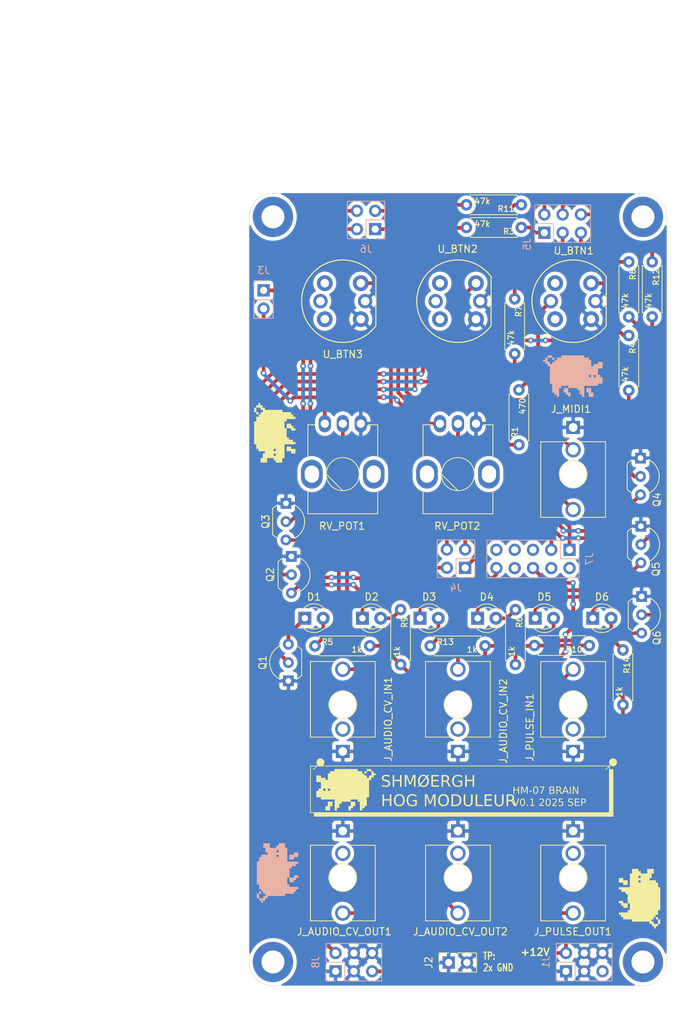
<source format=kicad_pcb>
(kicad_pcb (version 20241229) (generator "pcbnew") (generator_version "9.0")
  (layers (0 "F.Cu" signal) (2 "B.Cu" signal) (13 "F.Paste" user) (15 "B.Paste" user) (5 "F.SilkS" user "F.Silkscreen") (7 "B.SilkS" user "B.Silkscreen") (1 "F.Mask" user) (3 "B.Mask" user) (25 "Edge.Cuts" user))
  (net 0 "")
  (net 1 "Net-(D1-A)")
  (net 2 "+12V")
  (net 3 "GND")
  (net 4 "-12V")
  (net 5 "Net-(D1-K)")
  (net 6 "Net-(D2-K)")
  (net 7 "Net-(D2-A)")
  (net 8 "Net-(D3-K)")
  (net 9 "Net-(D3-A)")
  (net 10 "Net-(D4-A)")
  (net 11 "Net-(D4-K)")
  (net 12 "Net-(D5-A)")
  (net 13 "Net-(D5-K)")
  (net 14 "Net-(D6-K)")
  (net 15 "Net-(D6-A)")
  (net 16 "+3.3V")
  (net 17 "BTN_1")
  (net 18 "BTN_3")
  (net 19 "BTN_2")
  (net 20 "BTN_LED_1")
  (net 21 "LED_3")
  (net 22 "LED_2")
  (net 23 "LED_5")
  (net 24 "LED_4")
  (net 25 "LED_1")
  (net 26 "LED_6")
  (net 27 "MIDI_5T")
  (net 28 "PULSE_IN")
  (net 29 "PULSE_OUT")
  (net 30 "MIDI_4R")
  (net 31 "AUDIO_CV_IN_1")
  (net 32 "AUDIO_CV_IN_2")
  (net 33 "POT_1")
  (net 34 "POT_2")
  (net 36 "AUDIO_CV_OUT_2")
  (net 37 "AUDIO_CV_OUT_1")
  (net 44 "Net-(Q1-B)")
  (net 45 "Net-(Q2-B)")
  (net 46 "Net-(Q3-B)")
  (net 47 "Net-(Q4-B)")
  (net 48 "Net-(Q5-B)")
  (net 49 "Net-(Q6-B)")
  (net 50 "Net-(R1-Pad2)")
  (footprint "Shmoergh_Custom_Footprints:R_Axial_DIN0207_L6.3mm_D2.5mm_P7.62mm_Horizontal" (layer "F.Cu") (at 176.7304 53.5504 -90)
    (property "Reference" "R8")
    (property "Value" "47k")
  )
  (footprint "Shmoergh_Custom_Footprints:R_Axial_DIN0207_L6.3mm_D2.5mm_P7.62mm_Horizontal" (layer "F.Cu") (at 161.7952 48.7752 180)
    (property "Reference" "R3")
    (property "Value" "47k")
  )
  (footprint "Shmoergh_Custom_Footprints:R_Axial_DIN0207_L6.3mm_D2.5mm_P7.62mm_Horizontal" (layer "F.Cu") (at 160.9824 101.8104 -90)
    (property "Reference" "R6")
    (property "Value" "1k")
  )
  (footprint "Package_TO_SOT_THT:TO-92_Inline_Wide" (layer "F.Cu") (at 129.44 111.691 90)
    (property "Reference" "Q1")
    (property "Value" "2N3904")
  )
  (footprint "Shmoergh_Custom_Footprints:R_Axial_DIN0207_L6.3mm_D2.5mm_P7.62mm_Horizontal" (layer "F.Cu") (at 171.244 106.7888 180)
    (property "Reference" "R10")
    (property "Value" "1k" (hide yes))
  )
  (footprint "Shmoergh_Custom_Footprints:R_Axial_DIN0207_L6.3mm_D2.5mm_P7.62mm_Horizontal" (layer "F.Cu") (at 161.465 78.925 90)
    (property "Reference" "R1")
    (property "Value" "470")
  )
  (footprint "Package_TO_SOT_THT:TO-92_Inline_Wide" (layer "F.Cu") (at 129.863 94.419 -90)
    (property "Reference" "Q2")
    (property "Value" "2N3904")
  )
  (footprint "Shmoergh_Custom_Footprints:R_Axial_DIN0207_L6.3mm_D2.5mm_P7.62mm_Horizontal" (layer "F.Cu") (at 145.0312 101.8104 -90)
    (property "Reference" "R9")
    (property "Value" "1k")
  )
  (footprint "Shmoergh_Custom_Footprints:R_Axial_DIN0207_L6.3mm_D2.5mm_P7.62mm_Horizontal" (layer "F.Cu") (at 176.7304 63.7612 -90)
    (property "Reference" "R4")
    (property "Value" "47k")
  )
  (footprint "Shmoergh_Custom_Footprints:Jack_3.5mm_QingPu_WQP-PJ398SM_Vertical_CircularHoles" (layer "F.Cu") (at 169 115 180)
    (property "Reference" "J_PULSE_IN1")
    (property "Value" "PJ398SM")
  )
  (footprint "Shmoergh_Custom_Footprints:Jack_3.5mm_QingPu_WQP-PJ398SM_Vertical_CircularHoles" (layer "F.Cu") (at 153 139)
    (property "Reference" "J_AUDIO_CV_OUT2")
    (property "Value" "PJ398SM")
  )
  (footprint "Shmoergh_Custom_Footprints:R_Axial_DIN0207_L6.3mm_D2.5mm_P7.62mm_Horizontal" (layer "F.Cu") (at 149.146 106.8396)
    (property "Reference" "R13")
    (property "Value" "1k")
  )
  (footprint "Shmoergh_Logo:Gyeszno" (layer "F.Cu") (at 127.556 77.274 90)
    (property "Reference" "G***" (hide yes))
    (property "Value" "LOGO" (hide yes))
  )
  (footprint "Shmoergh_Custom_Footprints:Jack_3.5mm_QingPu_WQP-PJ398SM_Vertical_CircularHoles" (layer "F.Cu") (at 137 115 180)
    (property "Reference" "J_AUDIO_CV_IN1")
    (property "Value" "PJ398SM")
  )
  (footprint "Shmoergh_Custom_Footprints:R_Axial_DIN0207_L6.3mm_D2.5mm_P7.62mm_Horizontal" (layer "F.Cu") (at 160.8808 58.6812 -90)
    (property "Reference" "R7")
    (property "Value" "47k")
  )
  (footprint "Shmoergh_Custom_Footprints:R_Axial_DIN0207_L6.3mm_D2.5mm_P7.62mm_Horizontal" (layer "F.Cu") (at 133.144 106.8396)
    (property "Reference" "R5")
    (property "Value" "1k")
  )
  (footprint "Shmoergh_Logo:Gyeszno" (layer "F.Cu") (at 137.462 126.804)
    (property "Reference" "G***" (hide yes))
    (property "Value" "LOGO" (hide yes))
  )
  (footprint "Shmoergh_Custom_Footprints:Jack_3.5mm_QingPu_WQP-PJ398SM_Vertical_CircularHoles" (layer "F.Cu") (at 169 83)
    (property "Reference" "J_MIDI1")
    (property "Value" "PJ398SM-STEREO")
  )
  (footprint "MountingHole:MountingHole_3.2mm_M3_DIN965_Pad" (layer "F.Cu") (at 178.7 47.3)
    (property "Reference" "H2")
    (property "Value" "MountingHole")
  )
  (footprint "Shmoergh_Logo:Gyeszno" (layer "F.Cu") (at 178.229 141.917 -90)
    (property "Reference" "G***" (hide yes))
    (property "Value" "LOGO" (hide yes))
  )
  (footprint "LED_THT:LED_D3.0mm" (layer "F.Cu") (at 139.73 103)
    (property "Reference" "D2")
    (property "Value" "LED")
  )
  (footprint "MountingHole:MountingHole_3.2mm_M3_DIN965_Pad" (layer "F.Cu") (at 178.7 150.7)
    (property "Reference" "H3")
    (property "Value" "MountingHole")
  )
  (footprint "Shmoergh_Custom_Footprints:Jack_3.5mm_QingPu_WQP-PJ398SM_Vertical_CircularHoles" (layer "F.Cu") (at 153 115 180)
    (property "Reference" "J_AUDIO_CV_IN2")
    (property "Value" "PJ398SM")
  )
  (footprint "LED_THT:LED_D3.0mm" (layer "F.Cu") (at 171.73 103)
    (property "Reference" "D6")
    (property "Value" "LED")
  )
  (footprint "Shmoergh_Custom_Footprints:R_Axial_DIN0207_L6.3mm_D2.5mm_P7.62mm_Horizontal" (layer "F.Cu") (at 175.9176 107.3984 -90)
    (property "Reference" "R14")
    (property "Value" "1k")
  )
  (footprint "MountingHole:MountingHole_3.2mm_M3_DIN965_Pad" (layer "F.Cu") (at 127.3 47.3)
    (property "Reference" "H1")
    (property "Value" "MountingHole")
  )
  (footprint "Shmoergh_Custom_Footprints:Potentiometer_Bourns_Single-PTV09A" (layer "F.Cu") (at 137 83 180)
    (property "Reference" "RV_POT1")
    (property "Value" "100k")
  )
  (footprint "MountingHole:MountingHole_3.2mm_M3_DIN965_Pad" (layer "F.Cu") (at 127.3 150.7)
    (property "Reference" "H4")
    (property "Value" "MountingHole")
  )
  (footprint "Package_TO_SOT_THT:TO-92_Inline_Wide" (layer "F.Cu") (at 129.101 87.053 -90)
    (property "Reference" "Q3")
    (property "Value" "2N3904")
  )
  (footprint "Package_TO_SOT_THT:TO-92_Inline_Wide" (layer "F.Cu") (at 178.356 80.7792 -90)
    (property "Reference" "Q4")
    (property "Value" "2N3904")
  )
  (footprint "Shmoergh_Custom_Footprints:SPST_Circular_Pushbutton_LED" (layer "F.Cu") (at 153 59)
    (property "Reference" "U_BTN2")
    (property "Value" "SW_SPST_Push_LED")
  )
  (footprint "Package_TO_SOT_THT:TO-92_Inline_Wide" (layer "F.Cu") (at 178.4068 90.228 -90)
    (property "Reference" "Q5")
    (property "Value" "2N3904")
  )
  (footprint "Shmoergh_Custom_Footprints:SPST_Circular_Pushbutton_LED" (layer "F.Cu") (at 137 59)
    (property "Reference" "U_BTN3")
    (property "Value" "SW_SPST_Push_LED")
  )
  (footprint "Shmoergh_Custom_Footprints:SPST_Circular_Pushbutton_LED" (layer "F.Cu") (at 169 59)
    (property "Reference" "U_BTN1")
    (property "Value" "SW_SPST_Push_LED")
  )
  (footprint "Shmoergh_Custom_Footprints:R_Axial_DIN0207_L6.3mm_D2.5mm_P7.62mm_Horizontal" (layer "F.Cu") (at 161.7952 45.6256 180)
    (property "Reference" "R11")
    (property "Value" "47k")
  )
  (footprint "LED_THT:LED_D3.0mm" (layer "F.Cu") (at 155.73 103)
    (property "Reference" "D4")
    (property "Value" "LED")
  )
  (footprint "Shmoergh_Custom_Footprints:Potentiometer_Bourns_Single-PTV09A" (layer "F.Cu") (at 153 83 180)
    (property "Reference" "RV_POT2")
    (property "Value" "100k")
  )
  (footprint "LED_THT:LED_D3.0mm" (layer "F.Cu") (at 163.73 103)
    (property "Reference" "D5")
    (property "Value" "LED")
  )
  (footprint "Package_TO_SOT_THT:TO-92_Inline_Wide" (layer "F.Cu") (at 178.5084 99.9816 -90)
    (property "Reference" "Q6")
    (property "Value" "2N3904")
  )
  (footprint "LED_THT:LED_D3.0mm" (layer "F.Cu") (at 131.73 103)
    (property "Reference" "D1")
    (property "Value" "LED")
  )
  (footprint "Connector_PinSocket_2.54mm:PinSocket_1x02_P2.54mm_Vertical" (layer "F.Cu") (at 151.706 150.782 90)
    (property "Reference" "J2")
    (property "Value" "Conn_01x02")
  )
  (footprint "Shmoergh_Custom_Footprints:R_Axial_DIN0207_L6.3mm_D2.5mm_P7.62mm_Horizontal" (layer "F.Cu") (at 179.9816 53.5504 -90)
    (property "Reference" "R12")
    (property "Value" "47k")
  )
  (footprint "Shmoergh_Custom_Footprints:Jack_3.5mm_QingPu_WQP-PJ398SM_Vertical_CircularHoles" (layer "F.Cu") (at 137 139)
    (property "Reference" "J_AUDIO_CV_OUT1")
    (property "Value" "PJ398SM")
  )
  (footprint "LED_THT:LED_D3.0mm" (layer "F.Cu") (at 147.73 103)
    (property "Reference" "D3")
    (property "Value" "LED")
  )
  (footprint "Shmoergh_Custom_Footprints:Jack_3.5mm_QingPu_WQP-PJ398SM_Vertical_CircularHoles" (layer "F.Cu") (at 169 139)
    (property "Reference" "J_PULSE_OUT1")
    (property "Value" "PJ398SM")
  )
  (footprint "Connector_PinSocket_2.54mm:PinSocket_2x03_P2.54mm_Vertical" (layer "B.Cu") (at 168 152 -90)
    (property "Reference" "J1")
    (property "Value" "Conn_02x03_Odd_Even")
  )
  (footprint "Connector_PinSocket_2.54mm:PinSocket_2x03_P2.54mm_Vertical" (layer "B.Cu") (at 136 152 -90)
    (property "Reference" "J8")
    (property "Value" "Conn_02x03_Odd_Even")
  )
  (footprint "Shmoergh_Logo:Gyeszno" (layer "B.Cu") (at 127.937 138.361 -90)
    (property "Reference" "G***" (hide yes))
    (property "Value" "LOGO" (hide yes))
  )
  (footprint "Shmoergh_Logo:Gyeszno" (layer "B.Cu") (at 168.958 69.4 180)
    (property "Reference" "G***" (hide yes))
    (property "Value" "LOGO" (hide yes))
  )
  (footprint "Connector_PinSocket_2.54mm:PinSocket_2x02_P2.54mm_Vertical" (layer "B.Cu") (at 141.5 49)
    (property "Reference" "J6")
    (property "Value" "Conn_02x02_Odd_Even")
  )
  (footprint "Connector_PinSocket_2.54mm:PinSocket_2x02_P2.54mm_Vertical" (layer "B.Cu") (at 154 96)
    (property "Reference" "J4")
    (property "Value" "Conn_02x02_Odd_Even")
  )
  (footprint "Connector_PinSocket_2.54mm:PinSocket_2x03_P2.54mm_Vertical" (layer "B.Cu") (at 165 49.5 -90)
    (property "Reference" "J5")
    (property "Value" "Conn_02x03_Odd_Even")
  )
  (footprint "Connector_PinSocket_2.54mm:PinSocket_1x02_P2.54mm_Vertical" (layer "B.Cu") (at 126 57.5 180)
    (property "Reference" "J3")
    (property "Value" "Conn_01x02")
  )
  (footprint "Connector_PinSocket_2.54mm:PinSocket_2x05_P2.54mm_Vertical" (layer "B.Cu") (at 168.5 93.5 90)
    (property "Reference" "J7")
    (property "Value" "Conn_02x05_Odd_Even")
  )
  (gr_line (start 132.898 124.002) (end 133.898 123.002) (stroke (width 0.1)) (layer "F.SilkS"))
  (gr_rect (start 174.0465 124.01) (end 174.5375 130.483) (stroke (width 0.1)) (fill yes) (layer "F.SilkS"))
  (gr_line (start 173.538 124.002) (end 174.538 123.002) (stroke (width 0.1)) (layer "F.SilkS"))
  (gr_circle (center 133.898 123.002) (end 134.398 123.002) (stroke (width 0.1)) (fill yes) (layer "F.SilkS"))
  (gr_rect (start 133.038 129.983) (end 174.525 130.483) (stroke (width 0.1)) (fill yes) (layer "F.SilkS"))
  (gr_rect (start 132.509 123.502) (end 174.038 129.979) (stroke (width 0.1)) (fill no) (layer "F.SilkS"))
  (gr_circle (center 174.538 123.002) (end 175.038 123.002) (stroke (width 0.1)) (fill yes) (layer "F.SilkS"))
  (gr_line (start 178.7 154) (end 127.3 154) (stroke (width 0.05)) (layer "Edge.Cuts"))
  (gr_arc (start 182 150.7) (mid 181.033452 153.033452) (end 178.7 154) (stroke (width 0.05)) (layer "Edge.Cuts"))
  (gr_line (start 182 47.3) (end 182 150.7) (stroke (width 0.05)) (layer "Edge.Cuts"))
  (gr_line (start 127.3 44) (end 178.7 44) (stroke (width 0.05)) (layer "Edge.Cuts"))
  (gr_arc (start 178.7 44.001999) (mid 181.032746 44.96784) (end 182 47.3) (stroke (width 0.05)) (layer "Edge.Cuts"))
  (gr_line (start 124 150.7) (end 124 47.3) (stroke (width 0.05)) (layer "Edge.Cuts"))
  (gr_arc (start 124 47.3) (mid 124.966548 44.966548) (end 127.3 44) (stroke (width 0.05)) (layer "Edge.Cuts"))
  (gr_arc (start 127.3 154) (mid 124.966548 153.033452) (end 124 150.7) (stroke (width 0.05)) (layer "Edge.Cuts"))
  (gr_text "SHMØERGH \nHOG MODULEUR" (at 142.288 129.344 0) (layer "F.SilkS") (effects (font (size 1.6 1.6) (thickness 0.1)) (justify left bottom)))
  (gr_text "TP:\n2x GND" (at 156.385 152.077 0) (layer "F.SilkS") (effects (font (size 1 0.75) (thickness 0.17) (bold yes)) (justify left bottom)))
  (gr_text "+12V" (at 161.592 149.918 0) (layer "F.SilkS") (effects (font (size 1 1) (thickness 0.2) (bold yes)) (justify left bottom)))
  (gr_text "HM-07 BRAIN\nV0.1 2025 SEP" (at 160.576 129.217 0) (layer "F.SilkS") (effects (font (size 1 1) (thickness 0.1)) (justify left bottom)))
  (segment (start 134.27 103) (end 134.27 105.7136) (width 0.508) (layer "F.Cu") (net 1))
  (segment (start 134.27 105.7136) (end 133.144 106.8396) (width 0.508) (layer "F.Cu") (net 1))
  (segment (start 142.4404 106.8396) (end 145.0312 109.4304) (width 0.508) (layer "F.Cu") (net 2))
  (segment (start 160.9824 106.8904) (end 160.9316 106.8396) (width 0.508) (layer "F.Cu") (net 2))
  (segment (start 126 57.5) (end 127.467 57.5) (width 0.508) (layer "F.Cu") (net 2))
  (segment (start 168 147.2184) (end 168.8564 146.362) (width 0.508) (layer "F.Cu") (net 2))
  (segment (start 154.7848 112.1228) (end 156.766 110.1416) (width 0.508) (layer "F.Cu") (net 2))
  (segment (start 128.318 130.487) (end 156.258 130.487) (width 0.508) (layer "F.Cu") (net 2))
  (segment (start 163.624 106.7888) (end 168.7548 106.7888) (width 0.508) (layer "F.Cu") (net 2))
  (segment (start 156.258 130.487) (end 157.655 131.884) (width 0.508) (layer "F.Cu") (net 2))
  (segment (start 168.8564 146.362) (end 175.1048 146.362) (width 0.508) (layer "F.Cu") (net 2))
  (segment (start 125.0795 127.2485) (end 128.318 130.487) (width 0.508) (layer "F.Cu") (net 2))
  (segment (start 156.766 110.1416) (end 156.766 106.8396) (width 0.508) (layer "F.Cu") (net 2))
  (segment (start 127.467 57.5) (end 128.445 58.478) (width 0.508) (layer "F.Cu") (net 2))
  (segment (start 128.445 67.749) (end 125.0795 71.1145) (width 0.508) (layer "F.Cu") (net 2))
  (segment (start 145.0312 109.4304) (end 147.7236 112.1228) (width 0.508) (layer "F.Cu") (net 2))
  (segment (start 147.7236 112.1228) (end 154.7848 112.1228) (width 0.508) (layer "F.Cu") (net 2))
  (segment (start 128.445 58.478) (end 128.445 67.749) (width 0.508) (layer "F.Cu") (net 2))
  (segment (start 160.9824 109.4304) (end 160.9824 106.8904) (width 0.508) (layer "F.Cu") (net 2))
  (segment (start 175.9176 113.9516) (end 175.9176 115.0184) (width 0.508) (layer "F.Cu") (net 2))
  (segment (start 168 149.46) (end 168 147.2184) (width 0.508) (layer "F.Cu") (net 2))
  (segment (start 160.9316 106.8396) (end 163.5732 106.8396) (width 0.508) (layer "F.Cu") (net 2))
  (segment (start 163.5732 106.8396) (end 163.624 106.7888) (width 0.508) (layer "F.Cu") (net 2))
  (segment (start 175.1048 146.362) (end 175.9176 145.5492) (width 0.508) (layer "F.Cu") (net 2))
  (segment (start 125.0795 71.1145) (end 125.0795 127.2485) (width 0.508) (layer "F.Cu") (net 2))
  (segment (start 175.9176 145.5492) (end 175.9176 115.0184) (width 0.508) (layer "F.Cu") (net 2))
  (segment (start 162.404 149.46) (end 168 149.46) (width 0.508) (layer "F.Cu") (net 2))
  (segment (start 156.766 106.8396) (end 160.9316 106.8396) (width 0.508) (layer "F.Cu") (net 2))
  (segment (start 157.655 131.884) (end 157.655 144.711) (width 0.508) (layer "F.Cu") (net 2))
  (segment (start 140.764 106.8396) (end 142.4404 106.8396) (width 0.508) (layer "F.Cu") (net 2))
  (segment (start 157.655 144.711) (end 162.404 149.46) (width 0.508) (layer "F.Cu") (net 2))
  (segment (start 168.7548 106.7888) (end 175.9176 113.9516) (width 0.508) (layer "F.Cu") (net 2))
  (segment (start 129.44 106.611) (end 129.44 105.29) (width 0.508) (layer "F.Cu") (net 5))
  (segment (start 129.44 105.29) (end 131.73 103) (width 0.508) (layer "F.Cu") (net 5))
  (segment (start 138.478 98.356) (end 139.73 99.608) (width 0.508) (layer "F.Cu") (net 6))
  (segment (start 129.863 99.499) (end 131.006 98.356) (width 0.508) (layer "F.Cu") (net 6))
  (segment (start 131.006 98.356) (end 135.43 98.356) (width 0.508) (layer "F.Cu") (net 6))
  (segment (start 139.73 99.608) (end 139.73 103) (width 0.508) (layer "F.Cu") (net 6))
  (via (at 138.478 98.356) (size 0.8) (drill 0.4) (layers "F.Cu" "B.Cu") (net 6))
  (via (at 135.43 98.356) (size 0.8) (drill 0.4) (layers "F.Cu" "B.Cu") (net 6))
  (segment (start 135.43 98.356) (end 138.478 98.356) (width 0.508) (layer "B.Cu") (net 6))
  (segment (start 142.27 103) (end 143.8416 103) (width 0.508) (layer "F.Cu") (net 7))
  (segment (start 143.8416 103) (end 145.0312 101.8104) (width 0.508) (layer "F.Cu") (net 7))
  (segment (start 138.5796 97.4416) (end 138.478 97.34) (width 0.508) (layer "F.Cu") (net 8))
  (segment (start 147.73 100.6484) (end 147.73 103) (width 0.508) (layer "F.Cu") (net 8))
  (segment (start 144.5232 97.4416) (end 138.5796 97.4416) (width 0.508) (layer "F.Cu") (net 8))
  (segment (start 129.101 92.133) (end 130.604 92.133) (width 0.508) (layer "F.Cu") (net 8))
  (segment (start 144.5232 97.4416) (end 147.73 100.6484) (width 0.508) (layer "F.Cu") (net 8))
  (segment (start 132.382 93.911) (end 132.382 96.324) (width 0.508) (layer "F.Cu") (net 8))
  (segment (start 132.382 96.324) (end 133.398 97.34) (width 0.508) (layer "F.Cu") (net 8))
  (segment (start 133.398 97.34) (end 135.43 97.34) (width 0.508) (layer "F.Cu") (net 8))
  (segment (start 130.604 92.133) (end 132.382 93.911) (width 0.508) (layer "F.Cu") (net 8))
  (via (at 135.43 97.34) (size 0.8) (drill 0.4) (layers "F.Cu" "B.Cu") (net 8))
  (via (at 138.478 97.34) (size 0.8) (drill 0.4) (layers "F.Cu" "B.Cu") (net 8))
  (segment (start 138.478 97.34) (end 135.43 97.34) (width 0.508) (layer "B.Cu") (net 8))
  (segment (start 150.27 103) (end 150.27 105.7156) (width 0.508) (layer "F.Cu") (net 9))
  (segment (start 150.27 105.7156) (end 149.146 106.8396) (width 0.508) (layer "F.Cu") (net 9))
  (segment (start 158.27 103) (end 159.7928 103) (width 0.508) (layer "F.Cu") (net 10))
  (segment (start 159.7928 103) (end 160.9824 101.8104) (width 0.508) (layer "F.Cu") (net 10))
  (segment (start 158.29 99.118) (end 172.5648 99.118) (width 0.508) (layer "F.Cu") (net 11))
  (segment (start 175.7652 88.45) (end 178.356 85.8592) (width 0.508) (layer "F.Cu") (net 11))
  (segment (start 172.5648 99.118) (end 175.7652 95.9176) (width 0.508) (layer "F.Cu") (net 11))
  (segment (start 155.73 101.678) (end 158.29 99.118) (width 0.508) (layer "F.Cu") (net 11))
  (segment (start 175.7652 95.9176) (end 175.7652 88.45) (width 0.508) (layer "F.Cu") (net 11))
  (segment (start 155.73 103) (end 155.73 101.678) (width 0.508) (layer "F.Cu") (net 11))
  (segment (start 169.757478 106.7888) (end 171.244 106.7888) (width 0.508) (layer "F.Cu") (net 12))
  (segment (start 166.8266 106.0798) (end 169.048478 106.0798) (width 0.508) (layer "F.Cu") (net 12))
  (segment (start 166.27 103) (end 166.27 105.5232) (width 0.508) (layer "F.Cu") (net 12))
  (segment (start 166.27 105.5232) (end 166.8266 106.0798) (width 0.508) (layer "F.Cu") (net 12))
  (segment (start 169.048478 106.0798) (end 169.757478 106.7888) (width 0.508) (layer "F.Cu") (net 12))
  (segment (start 173.6824 100.0324) (end 178.4068 95.308) (width 0.508) (layer "F.Cu") (net 13))
  (segment (start 163.73 103) (end 163.73 101.806) (width 0.508) (layer "F.Cu") (net 13))
  (segment (start 165.5036 100.0324) (end 173.6824 100.0324) (width 0.508) (layer "F.Cu") (net 13))
  (segment (start 163.73 101.806) (end 165.5036 100.0324) (width 0.508) (layer "F.Cu") (net 13))
  (segment (start 177.2384 105.0616) (end 178.5084 105.0616) (width 0.508) (layer "F.Cu") (net 14))
  (segment (start 176.2732 104.0964) (end 177.2384 105.0616) (width 0.508) (layer "F.Cu") (net 14))
  (segment (start 175.6128 101.2008) (end 176.2732 101.8612) (width 0.508) (layer "F.Cu") (net 14))
  (segment (start 171.73 102.0356) (end 172.5648 101.2008) (width 0.508) (layer "F.Cu") (net 14))
  (segment (start 176.2732 101.8612) (end 176.2732 104.0964) (width 0.508) (layer "F.Cu") (net 14))
  (segment (start 172.5648 101.2008) (end 175.6128 101.2008) (width 0.508) (layer "F.Cu") (net 14))
  (segment (start 171.73 103) (end 171.73 102.0356) (width 0.508) (layer "F.Cu") (net 14))
  (segment (start 174.27 105.7508) (end 175.9176 107.3984) (width 0.508) (layer "F.Cu") (net 15))
  (segment (start 174.27 103) (end 174.27 105.7508) (width 0.508) (layer "F.Cu") (net 15))
  (segment (start 150.5 76) (end 147.745 76) (width 0.508) (layer "F.Cu") (net 16))
  (segment (start 134.5 72.396) (end 134.541 72.355) (width 0.508) (layer "F.Cu") (net 16))
  (segment (start 130.189 72.355) (end 134.541 72.355) (width 0.508) (layer "F.Cu") (net 16))
  (segment (start 142.635 72.355) (end 134.541 72.355) (width 0.508) (layer "F.Cu") (net 16))
  (segment (start 147.745 76) (end 144.539 72.794) (width 0.508) (layer "F.Cu") (net 16))
  (segment (start 126 68.98626) (end 126 60.04) (width 0.508) (layer "F.Cu") (net 16))
  (segment (start 129.715 72.829) (end 130.189 72.355) (width 0.508) (layer "F.Cu") (net 16))
  (segment (start 125.99963 68.98663) (end 126 68.98626) (width 0.508) (layer "F.Cu") (net 16))
  (segment (start 142.669 72.321) (end 142.635 72.355) (width 0.508) (layer "F.Cu") (net 16))
  (segment (start 134.5 76) (end 134.5 72.396) (width 0.508) (layer "F.Cu") (net 16))
  (segment (start 144.539 72.794) (end 144.539 72.731737) (width 0.508) (layer "F.Cu") (net 16))
  (via (at 125.99963 68.98663) (size 0.8) (drill 0.4) (layers "F.Cu" "B.Cu") (net 16))
  (via (at 129.715 72.829) (size 0.8) (drill 0.4) (layers "F.Cu" "B.Cu") (net 16))
  (via (at 144.539 72.731737) (size 0.8) (drill 0.4) (layers "F.Cu" "B.Cu") (net 16))
  (via (at 142.669 72.321) (size 0.8) (drill 0.4) (layers "F.Cu" "B.Cu") (net 16))
  (segment (start 144.193 72.321) (end 142.669 72.321) (width 0.508) (layer "B.Cu") (net 16))
  (segment (start 144.539 72.667) (end 144.193 72.321) (width 0.508) (layer "B.Cu") (net 16))
  (segment (start 144.539 72.731737) (end 144.539 72.667) (width 0.508) (layer "B.Cu") (net 16))
  (segment (start 125.99963 69.11363) (end 129.715 72.829) (width 0.508) (layer "B.Cu") (net 16))
  (segment (start 125.99963 68.98663) (end 125.99963 69.11363) (width 0.508) (layer "B.Cu") (net 16))
  (segment (start 155.623 94.377) (end 154 96) (width 0.508) (layer "F.Cu") (net 17))
  (segment (start 167.561 91.879) (end 167.434 91.879) (width 0.508) (layer "F.Cu") (net 17))
  (segment (start 155.623 92.400322) (end 155.623 94.377) (width 0.508) (layer "F.Cu") (net 17))
  (segment (start 158.303322 89.72) (end 155.623 92.400322) (width 0.508) (layer "F.Cu") (net 17))
  (segment (start 171.244 91.879) (end 174.15 88.973) (width 0.508) (layer "F.Cu") (net 17))
  (segment (start 169.72 91.879) (end 171.244 91.879) (width 0.508) (layer "F.Cu") (net 17))
  (segment (start 167.434 91.879) (end 165.275 89.72) (width 0.508) (layer "F.Cu") (net 17))
  (segment (start 165.275 89.72) (end 158.303322 89.72) (width 0.508) (layer "F.Cu") (net 17))
  (segment (start 174.15 57.594366) (end 173.055634 56.5) (width 0.508) (layer "F.Cu") (net 17))
  (segment (start 174.15 88.973) (end 174.15 57.594366) (width 0.508) (layer "F.Cu") (net 17))
  (segment (start 173.055634 56.5) (end 171.5 56.5) (width 0.508) (layer "F.Cu") (net 17))
  (via (at 167.561 91.879) (size 0.8) (drill 0.4) (layers "F.Cu" "B.Cu") (net 17))
  (via (at 169.72 91.879) (size 0.8) (drill 0.4) (layers "F.Cu" "B.Cu") (net 17))
  (segment (start 169.72 91.879) (end 167.561 91.879) (width 0.508) (layer "B.Cu") (net 17))
  (segment (start 148.06 96) (end 151.46 96) (width 0.508) (layer "F.Cu") (net 18))
  (segment (start 139.5 56.5) (end 141.055634 56.5) (width 0.508) (layer "F.Cu") (net 18))
  (segment (start 143.685 91.625) (end 148.06 96) (width 0.508) (layer "F.Cu") (net 18))
  (segment (start 143.685 59.129366) (end 143.685 91.625) (width 0.508) (layer "F.Cu") (net 18))
  (segment (start 141.055634 56.5) (end 143.685 59.129366) (width 0.508) (layer "F.Cu") (net 18))
  (segment (start 153.21 63.685) (end 153.972 64.447) (width 0.508) (layer "F.Cu") (net 19))
  (segment (start 172.133 89.339) (end 172.133 69.273) (width 0.508) (layer "F.Cu") (net 19))
  (segment (start 167.307 64.447) (end 165.148 64.447) (width 0.508) (layer "F.Cu") (net 19))
  (segment (start 167.646 90.63174) (end 165.84526 88.831) (width 0.508) (layer "F.Cu") (net 19))
  (segment (start 167.646 90.863) (end 167.646 90.63174) (width 0.508) (layer "F.Cu") (net 19))
  (segment (start 154 91.47) (end 154 93.46) (width 0.508) (layer "F.Cu") (net 19))
  (segment (start 153.21 58.79) (end 153.21 63.685) (width 0.508) (layer "F.Cu") (net 19))
  (segment (start 165.84526 88.831) (end 156.639 88.831) (width 0.508) (layer "F.Cu") (net 19))
  (segment (start 153.972 64.447) (end 157.528 64.447) (width 0.508) (layer "F.Cu") (net 19))
  (segment (start 169.72 90.878997) (end 170.593003 90.878997) (width 0.508) (layer "F.Cu") (net 19))
  (segment (start 156.639 88.831) (end 154 91.47) (width 0.508) (layer "F.Cu") (net 19))
  (segment (start 157.528 64.447) (end 163.116 64.447) (width 0.508) (layer "F.Cu") (net 19))
  (segment (start 155.5 56.5) (end 153.21 58.79) (width 0.508) (layer "F.Cu") (net 19))
  (segment (start 172.133 69.273) (end 167.307 64.447) (width 0.508) (layer "F.Cu") (net 19))
  (segment (start 170.593003 90.878997) (end 172.133 89.339) (width 0.508) (layer "F.Cu") (net 19))
  (via (at 169.72 90.878997) (size 0.8) (drill 0.4) (layers "F.Cu" "B.Cu") (net 19))
  (via (at 163.116 64.447) (size 0.8) (drill 0.4) (layers "F.Cu" "B.Cu") (net 19))
  (via (at 167.646 90.863) (size 0.8) (drill 0.4) (layers "F.Cu" "B.Cu") (net 19))
  (via (at 165.148 64.447) (size 0.8) (drill 0.4) (layers "F.Cu" "B.Cu") (net 19))
  (segment (start 169.72 90.878997) (end 169.704003 90.863) (width 0.508) (layer "B.Cu") (net 19))
  (segment (start 163.116 64.447) (end 165.148 64.447) (width 0.508) (layer "B.Cu") (net 19))
  (segment (start 169.704003 90.863) (end 167.646 90.863) (width 0.508) (layer "B.Cu") (net 19))
  (segment (start 151.46 81.056) (end 152.448 80.068) (width 0.508) (layer "F.Cu") (net 20))
  (segment (start 151.46 93.46) (end 151.46 81.056) (width 0.508) (layer "F.Cu") (net 20))
  (segment (start 158.671 78.925) (end 161.465 78.925) (width 0.508) (layer "F.Cu") (net 20))
  (segment (start 157.528 80.068) (end 158.671 78.925) (width 0.508) (layer "F.Cu") (net 20))
  (segment (start 152.448 80.068) (end 157.528 80.068) (width 0.508) (layer "F.Cu") (net 20))
  (segment (start 169.085 52.763) (end 163.751 52.763) (width 0.508) (layer "F.Cu") (net 21))
  (segment (start 162.862 53.652) (end 162.862 60.637) (width 0.508) (layer "F.Cu") (net 21))
  (segment (start 159.687 61.653) (end 158.671 60.637) (width 0.508) (layer "F.Cu") (net 21))
  (segment (start 162.862 60.637) (end 161.846 61.653) (width 0.508) (layer "F.Cu") (net 21))
  (segment (start 170.08 51.768) (end 169.085 52.763) (width 0.508) (layer "F.Cu") (net 21))
  (segment (start 158.671 47.81) (end 160.8554 45.6256) (width 0.508) (layer "F.Cu") (net 21))
  (segment (start 160.8554 45.6256) (end 161.7952 45.6256) (width 0.508) (layer "F.Cu") (net 21))
  (segment (start 158.671 60.637) (end 158.671 47.81) (width 0.508) (layer "F.Cu") (net 21))
  (segment (start 161.846 61.653) (end 159.687 61.653) (width 0.508) (layer "F.Cu") (net 21))
  (segment (start 163.751 52.763) (end 162.862 53.652) (width 0.508) (layer "F.Cu") (net 21))
  (segment (start 170.08 49.5) (end 170.08 51.768) (width 0.508) (layer "F.Cu") (net 21))
  (segment (start 166.7228 51.6708) (end 167.54 50.8536) (width 0.508) (layer "F.Cu") (net 22))
  (segment (start 162.1508 51.6708) (end 166.7228 51.6708) (width 0.508) (layer "F.Cu") (net 22))
  (segment (start 160.8808 58.6812) (end 160.8808 52.9408) (width 0.508) (layer "F.Cu") (net 22))
  (segment (start 160.8808 52.9408) (end 162.1508 51.6708) (width 0.508) (layer "F.Cu") (net 22))
  (segment (start 167.54 50.8536) (end 167.54 49.5) (width 0.508) (layer "F.Cu") (net 22))
  (segment (start 174.4952 53.5504) (end 176.7304 53.5504) (width 0.508) (layer "F.Cu") (net 23))
  (segment (start 167.54 45.8244) (end 167.942 45.4224) (width 0.508) (layer "F.Cu") (net 23))
  (segment (start 167.54 46.96) (end 167.54 45.8244) (width 0.508) (layer "F.Cu") (net 23))
  (segment (start 167.942 45.4224) (end 172.4632 45.4224) (width 0.508) (layer "F.Cu") (net 23))
  (segment (start 172.4632 45.4224) (end 173.4284 46.3876) (width 0.508) (layer "F.Cu") (net 23))
  (segment (start 173.4284 46.3876) (end 173.4284 52.4836) (width 0.508) (layer "F.Cu") (net 23))
  (segment (start 173.4284 52.4836) (end 174.4952 53.5504) (width 0.508) (layer "F.Cu") (net 23))
  (segment (start 174.927 62.669) (end 174.927 56.065) (width 0.508) (layer "F.Cu") (net 24))
  (segment (start 171.537 46.96) (end 170.08 46.96) (width 0.508) (layer "F.Cu") (net 24))
  (segment (start 172.133 53.271) (end 172.133 47.556) (width 0.508) (layer "F.Cu") (net 24))
  (segment (start 176.0192 63.7612) (end 174.927 62.669) (width 0.508) (layer "F.Cu") (net 24))
  (segment (start 172.133 47.556) (end 171.537 46.96) (width 0.508) (layer "F.Cu") (net 24))
  (segment (start 176.7304 63.7612) (end 176.0192 63.7612) (width 0.508) (layer "F.Cu") (net 24))
  (segment (start 174.927 56.065) (end 172.133 53.271) (width 0.508) (layer "F.Cu") (net 24))
  (segment (start 163.0144 48.7752) (end 163.7256 49.4864) (width 0.508) (layer "F.Cu") (net 25))
  (segment (start 163.7256 49.4864) (end 164.9864 49.4864) (width 0.508) (layer "F.Cu") (net 25))
  (segment (start 161.7952 48.7752) (end 163.0144 48.7752) (width 0.508) (layer "F.Cu") (net 25))
  (segment (start 164.9864 49.4864) (end 165 49.5) (width 0.508) (layer "F.Cu") (net 25))
  (segment (start 165.8084 44.5588) (end 173.7332 44.5588) (width 0.508) (layer "F.Cu") (net 26))
  (segment (start 165 45.3672) (end 165.8084 44.5588) (width 0.508) (layer "F.Cu") (net 26))
  (segment (start 174.9524 49.6388) (end 176.3748 51.0612) (width 0.508) (layer "F.Cu") (net 26))
  (segment (start 165 46.96) (end 165 45.3672) (width 0.508) (layer "F.Cu") (net 26))
  (segment (start 179.9816 52.1788) (end 179.9816 53.5504) (width 0.508) (layer "F.Cu") (net 26))
  (segment (start 176.3748 51.0612) (end 178.864 51.0612) (width 0.508) (layer "F.Cu") (net 26))
  (segment (start 174.9524 45.778) (end 174.9524 49.6388) (width 0.508) (layer "F.Cu") (net 26))
  (segment (start 178.864 51.0612) (end 179.9816 52.1788) (width 0.508) (layer "F.Cu") (net 26))
  (segment (start 173.7332 44.5588) (end 174.9524 45.778) (width 0.508) (layer "F.Cu") (net 26))
  (segment (start 165.402 77.8328) (end 165.402 84.322) (width 0.508) (layer "F.Cu") (net 27))
  (segment (start 144.701 49.969) (end 144.701 71.686) (width 0.508) (layer "F.Cu") (net 27))
  (segment (start 161.2872 73.718) (end 165.402 77.8328) (width 0.508) (layer "F.Cu") (net 27))
  (segment (start 141.5 49) (end 143.732 49) (width 0.508) (layer "F.Cu") (net 27))
  (segment (start 144.701 71.686) (end 146.733 73.718) (width 0.508) (layer "F.Cu") (net 27))
  (segment (start 146.733 73.718) (end 161.2872 73.718) (width 0.508) (layer "F.Cu") (net 27))
  (segment (start 143.732 49) (end 144.701 49.969) (width 0.508) (layer "F.Cu") (net 27))
  (segment (start 165.402 84.322) (end 169 87.92) (width 0.508) (layer "F.Cu") (net 27))
  (segment (start 130.223 52.763) (end 130.223 63.939) (width 0.508) (layer "F.Cu") (net 28))
  (segment (start 161.465 127.82) (end 164.9448 124.3402) (width 0.508) (layer "F.Cu") (net 28))
  (segment (start 131.9756 126.6516) (end 133.144 127.82) (width 0.508) (layer "F.Cu") (net 28))
  (segment (start 137.589 82.354) (end 137.589 106.738) (width 0.508) (layer "F.Cu") (net 28))
  (segment (start 164.9448 114.1352) (end 169 110.08) (width 0.508) (layer "F.Cu") (net 28))
  (segment (start 133.986 49) (end 130.223 52.763) (width 0.508) (layer "F.Cu") (net 28))
  (segment (start 133.144 127.82) (end 161.465 127.82) (width 0.508) (layer "F.Cu") (net 28))
  (segment (start 130.223 63.939) (end 132.509 66.225) (width 0.508) (layer "F.Cu") (net 28))
  (segment (start 131.9756 112.3514) (end 131.9756 126.6516) (width 0.508) (layer "F.Cu") (net 28))
  (segment (start 137.589 106.738) (end 131.9756 112.3514) (width 0.508) (layer "F.Cu") (net 28))
  (segment (start 138.96 49) (end 133.986 49) (width 0.508) (layer "F.Cu") (net 28))
  (segment (start 132.493003 73.21) (end 132.493003 77.258003) (width 0.508) (layer "F.Cu") (net 28))
  (segment (start 132.509 66.225) (end 132.509 68.003) (width 0.508) (layer "F.Cu") (net 28))
  (segment (start 132.493003 77.258003) (end 137.589 82.354) (width 0.508) (layer "F.Cu") (net 28))
  (segment (start 164.9448 124.3402) (end 164.9448 114.1352) (width 0.508) (layer "F.Cu") (net 28))
  (via (at 132.509 68.003) (size 0.8) (drill 0.4) (layers "F.Cu" "B.Cu") (net 28))
  (via (at 132.493003 73.21) (size 0.8) (drill 0.4) (layers "F.Cu" "B.Cu") (net 28))
  (segment (start 132.493003 73.21) (end 132.493003 72.0828) (width 0.508) (layer "B.Cu") (net 28))
  (segment (start 132.509 72.066803) (end 132.509 68.003) (width 0.508) (layer "B.Cu") (net 28))
  (segment (start 132.493003 72.0828) (end 132.509 72.066803) (width 0.508) (layer "B.Cu") (net 28))
  (segment (start 131.493 77.655) (end 136.446 82.608) (width 0.508) (layer "F.Cu") (net 29))
  (segment (start 131.493 68.003) (end 131.493 66.86) (width 0.508) (layer "F.Cu") (net 29))
  (segment (start 165.3476 143.92) (end 169 143.92) (width 0.508) (layer "F.Cu") (net 29))
  (segment (start 130.985 127.1342) (end 133.0424 129.1916) (width 0.508) (layer "F.Cu") (net 29))
  (segment (start 136.446 106.357) (end 130.985 111.818) (width 0.508) (layer "F.Cu") (net 29))
  (segment (start 159.9664 130.5124) (end 159.9664 138.5388) (width 0.508) (layer "F.Cu") (net 29))
  (segment (start 134.367 46.46) (end 138.96 46.46) (width 0.508) (layer "F.Cu") (net 29))
  (segment (start 131.493 73.21) (end 131.493 77.655) (width 0.508) (layer "F.Cu") (net 29))
  (segment (start 158.6456 129.1916) (end 159.9664 130.5124) (width 0.508) (layer "F.Cu") (net 29))
  (segment (start 129.334 64.701) (end 129.334 51.493) (width 0.508) (layer "F.Cu") (net 29))
  (segment (start 130.985 111.818) (end 130.985 127.1342) (width 0.508) (layer "F.Cu") (net 29))
  (segment (start 136.446 82.608) (end 136.446 106.357) (width 0.508) (layer "F.Cu") (net 29))
  (segment (start 133.0424 129.1916) (end 158.6456 129.1916) (width 0.508) (layer "F.Cu") (net 29))
  (segment (start 131.493 66.86) (end 129.334 64.701) (width 0.508) (layer "F.Cu") (net 29))
  (segment (start 129.334 51.493) (end 134.367 46.46) (width 0.508) (layer "F.Cu") (net 29))
  (segment (start 159.9664 138.5388) (end 165.3476 143.92) (width 0.508) (layer "F.Cu") (net 29))
  (via (at 131.493 73.21) (size 0.8) (drill 0.4) (layers "F.Cu" "B.Cu") (net 29))
  (via (at 131.493 68.003) (size 0.8) (drill 0.4) (layers "F.Cu" "B.Cu") (net 29))
  (segment (start 131.493 68.003) (end 131.493 73.21) (width 0.508) (layer "B.Cu") (net 29))
  (segment (start 146.987 72.702) (end 145.844 71.559) (width 0.508) (layer "F.Cu") (net 30))
  (segment (start 169 79.62) (end 169 79.602) (width 0.508) (layer "F.Cu") (net 30))
  (segment (start 144.0368 46.46) (end 141.5 46.46) (width 0.508) (layer "F.Cu") (net 30))
  (segment (start 162.1 72.702) (end 146.987 72.702) (width 0.508) (layer "F.Cu") (net 30))
  (segment (start 145.844 71.559) (end 145.844 48.2672) (width 0.508) (layer "F.Cu") (net 30))
  (segment (start 145.844 48.2672) (end 144.0368 46.46) (width 0.508) (layer "F.Cu") (net 30))
  (segment (start 169 79.602) (end 162.1 72.702) (width 0.508) (layer "F.Cu") (net 30))
  (segment (start 168.958 98.102) (end 165.482 98.102) (width 0.508) (layer "F.Cu") (net 31))
  (segment (start 140.1944 110.08) (end 137 110.08) (width 0.508) (layer "F.Cu") (net 31))
  (segment (start 158.3916 124.2132) (end 142.2372 124.2132) (width 0.508) (layer "F.Cu") (net 31))
  (segment (start 142.2372 124.2132) (end 141.018 122.994) (width 0.508) (layer "F.Cu") (net 31))
  (segment (start 162.3032 113.2912) (end 162.3032 120.3016) (width 0.508) (layer "F.Cu") (net 31))
  (segment (start 165.482 98.102) (end 163.42 96.04) (width 0.508) (layer "F.Cu") (net 31))
  (segment (start 141.018 122.994) (end 141.018 110.9036) (width 0.508) (layer "F.Cu") (net 31))
  (segment (start 162.3032 120.3016) (end 158.3916 124.2132) (width 0.508) (layer "F.Cu") (net 31))
  (segment (start 167.942 107.6524) (end 162.3032 113.2912) (width 0.508) (layer "F.Cu") (net 31))
  (segment (start 169.0088 104.159) (end 169.0088 101.0484) (width 0.508) (layer "F.Cu") (net 31))
  (segment (start 167.942 105.2258) (end 169.0088 104.159) (width 0.508) (layer "F.Cu") (net 31))
  (segment (start 141.018 110.9036) (end 140.1944 110.08) (width 0.508) (layer "F.Cu") (net 31))
  (via (at 169.0088 101.0484) (size 0.8) (drill 0.4) (layers "F.Cu" "B.Cu") (net 31))
  (via (at 168.958 98.102) (size 0.8) (drill 0.4) (layers "F.Cu" "B.Cu") (net 31))
  (via (at 167.942 105.2258) (size 0.8) (drill 0.4) (layers "F.Cu" "B.Cu") (net 31))
  (via (at 167.942 107.6524) (size 0.8) (drill 0.4) (layers "F.Cu" "B.Cu") (net 31))
  (segment (start 167.942 105.2258) (end 167.942 107.6524) (width 0.508) (layer "B.Cu") (net 31))
  (segment (start 169.0088 98.1528) (end 168.958 98.102) (width 0.508) (layer "B.Cu") (net 31))
  (segment (start 169.0088 101.0484) (end 169.0088 98.1528) (width 0.508) (layer "B.Cu") (net 31))
  (segment (start 153 110.08) (end 153 102.249) (width 0.508) (layer "F.Cu") (net 32))
  (segment (start 158.34 96.909) (end 158.34 96.04) (width 0.508) (layer "F.Cu") (net 32))
  (segment (start 153 102.249) (end 158.34 96.909) (width 0.508) (layer "F.Cu") (net 32))
  (segment (start 138.605 81.084) (end 138.605 88.958) (width 0.508) (layer "F.Cu") (net 33))
  (segment (start 156.766 92.26) (end 158.163 90.863) (width 0.508) (layer "F.Cu") (net 33))
  (segment (start 154.734 98.737) (end 156.766 96.705) (width 0.508) (layer "F.Cu") (net 33))
  (segment (start 137 79.479) (end 138.605 81.084) (width 0.508) (layer "F.Cu") (net 33))
  (segment (start 137 76) (end 137 79.479) (width 0.508) (layer "F.Cu") (net 33))
  (segment (start 158.163 90.863) (end 165.021 90.863) (width 0.508) (layer "F.Cu") (net 33))
  (segment (start 165.96 91.802) (end 165.96 93.5) (width 0.508) (layer "F.Cu") (net 33))
  (segment (start 156.766 96.705) (end 156.766 92.26) (width 0.508) (layer "F.Cu") (net 33))
  (segment (start 148.384 98.737) (end 154.734 98.737) (width 0.508) (layer "F.Cu") (net 33))
  (segment (start 138.605 88.958) (end 148.384 98.737) (width 0.508) (layer "F.Cu") (net 33))
  (segment (start 165.021 90.863) (end 165.96 91.802) (width 0.508) (layer "F.Cu") (net 33))
  (segment (start 168.5 90.278) (end 164.259 86.037) (width 0.508) (layer "F.Cu") (net 34))
  (segment (start 164.259 78.671) (end 162.354 76.766) (width 0.508) (layer "F.Cu") (net 34))
  (segment (start 157.147 78.798) (end 153.972 78.798) (width 0.508) (layer "F.Cu") (net 34))
  (segment (start 168.5 93.5) (end 168.5 90.278) (width 0.508) (layer "F.Cu") (net 34))
  (segment (start 162.354 76.766) (end 159.179 76.766) (width 0.508) (layer "F.Cu") (net 34))
  (segment (start 159.179 76.766) (end 157.147 78.798) (width 0.508) (layer "F.Cu") (net 34))
  (segment (start 164.259 86.037) (end 164.259 78.671) (width 0.508) (layer "F.Cu") (net 34))
  (segment (start 153 77.826) (end 153 76) (width 0.508) (layer "F.Cu") (net 34))
  (segment (start 153.972 78.798) (end 153 77.826) (width 0.508) (layer "F.Cu") (net 34))
  (segment (start 134.16 142.298) (end 134.922 141.536) (width 0.508) (layer "F.Cu") (net 36))
  (segment (start 134.922 141.536) (end 150.616 141.536) (width 0.508) (layer "F.Cu") (net 36))
  (segment (start 136 149.46) (end 134.16 147.62) (width 0.508) (layer "F.Cu") (net 36))
  (segment (start 134.16 147.62) (end 134.16 142.298) (width 0.508) (layer "F.Cu") (net 36))
  (segment (start 150.616 141.536) (end 153 143.92) (width 0.508) (layer "F.Cu") (net 36))
  (segment (start 142.619 152) (end 143.05 151.569) (width 0.508) (layer "F.Cu") (net 37))
  (segment (start 143.05 145.473) (end 141.497 143.92) (width 0.508) (layer "F.Cu") (net 37))
  (segment (start 141.08 152) (end 142.619 152) (width 0.508) (layer "F.Cu") (net 37))
  (segment (start 143.05 151.569) (end 143.05 145.473) (width 0.508) (layer "F.Cu") (net 37))
  (segment (start 141.497 143.92) (end 137 143.92) (width 0.508) (layer "F.Cu") (net 37))
  (segment (start 154.1244 48.826) (end 154.1752 48.7752) (width 0.508) (layer "F.Cu") (net 44))
  (segment (start 128.6736 69.0952) (end 126.286 71.4828) (width 0.508) (layer "F.Cu") (net 44))
  (segment (start 148.892 48.826) (end 154.1244 48.826) (width 0.508) (layer "F.Cu") (net 44))
  (segment (start 148.13 49.588) (end 148.892 48.826) (width 0.508) (layer "F.Cu") (net 44))
  (segment (start 126.286 105.997) (end 129.44 109.151) (width 0.508) (layer "F.Cu") (net 44))
  (segment (start 142.669 69.0952) (end 128.6736 69.0952) (width 0.508) (layer "F.Cu") (net 44))
  (segment (start 148.13 68.8412) (end 148.13 49.588) (width 0.508) (layer "F.Cu") (net 44))
  (segment (start 126.286 71.4828) (end 126.286 105.997) (width 0.508) (layer "F.Cu") (net 44))
  (segment (start 147.876 69.0952) (end 148.13 68.8412) (width 0.508) (layer "F.Cu") (net 44))
  (via (at 142.669 69.0952) (size 0.8) (drill 0.4) (layers "F.Cu" "B.Cu") (net 44))
  (via (at 147.876 69.0952) (size 0.8) (drill 0.4) (layers "F.Cu" "B.Cu") (net 44))
  (segment (start 142.669 69.0952) (end 147.876 69.0952) (width 0.508) (layer "B.Cu") (net 44))
  (segment (start 127.429 95.689) (end 128.699 96.959) (width 0.508) (layer "F.Cu") (net 45))
  (segment (start 128.699 96.959) (end 129.863 96.959) (width 0.508) (layer "F.Cu") (net 45))
  (segment (start 142.6436 70.162) (end 129.2832 70.162) (width 0.508) (layer "F.Cu") (net 45))
  (segment (start 129.2832 70.162) (end 127.429 72.0162) (width 0.508) (layer "F.Cu") (net 45))
  (segment (start 127.429 72.0162) (end 127.429 95.689) (width 0.508) (layer "F.Cu") (net 45))
  (segment (start 147.876 70.162) (end 159.179 70.162) (width 0.508) (layer "F.Cu") (net 45))
  (segment (start 159.179 70.162) (end 160.8808 68.4602) (width 0.508) (layer "F.Cu") (net 45))
  (segment (start 160.8808 68.4602) (end 160.8808 66.3012) (width 0.508) (layer "F.Cu") (net 45))
  (via (at 147.876 70.162) (size 0.8) (drill 0.4) (layers "F.Cu" "B.Cu") (net 45))
  (via (at 142.6436 70.162) (size 0.8) (drill 0.4) (layers "F.Cu" "B.Cu") (net 45))
  (segment (start 142.6436 70.162) (end 147.876 70.162) (width 0.508) (layer "B.Cu") (net 45))
  (segment (start 142.634197 71.2288) (end 129.9182 71.2288) (width 0.508) (layer "F.Cu") (net 46))
  (segment (start 130.858 88.45) (end 129.715 89.593) (width 0.508) (layer "F.Cu") (net 46))
  (segment (start 142.669 71.263603) (end 142.634197 71.2288) (width 0.508) (layer "F.Cu") (net 46))
  (segment (start 146.987 71.2288) (end 146.987 48.191) (width 0.508) (layer "F.Cu") (net 46))
  (segment (start 128.445 72.702) (end 128.445 82.354) (width 0.508) (layer "F.Cu") (net 46))
  (segment (start 130.858 84.767) (end 130.858 88.45) (width 0.508) (layer "F.Cu") (net 46))
  (segment (start 149.5524 45.6256) (end 154.1752 45.6256) (width 0.508) (layer "F.Cu") (net 46))
  (segment (start 129.9182 71.2288) (end 128.445 72.702) (width 0.508) (layer "F.Cu") (net 46))
  (segment (start 128.445 82.354) (end 130.858 84.767) (width 0.508) (layer "F.Cu") (net 46))
  (segment (start 129.715 89.593) (end 129.101 89.593) (width 0.508) (layer "F.Cu") (net 46))
  (segment (start 146.987 48.191) (end 149.5524 45.6256) (width 0.508) (layer "F.Cu") (net 46))
  (via (at 146.987 71.2288) (size 0.8) (drill 0.4) (layers "F.Cu" "B.Cu") (net 46))
  (via (at 142.669 71.263603) (size 0.8) (drill 0.4) (layers "F.Cu" "B.Cu") (net 46))
  (segment (start 146.987 71.2288) (end 142.703803 71.2288) (width 0.508) (layer "B.Cu") (net 46))
  (segment (start 142.703803 71.2288) (end 142.669 71.263603) (width 0.508) (layer "B.Cu") (net 46))
  (segment (start 176.7304 71.3812) (end 176.7304 82.5572) (width 0.508) (layer "F.Cu") (net 47))
  (segment (start 177.4924 83.3192) (end 178.356 83.3192) (width 0.508) (layer "F.Cu") (net 47))
  (segment (start 176.7304 82.5572) (end 177.4924 83.3192) (width 0.508) (layer "F.Cu") (net 47))
  (segment (start 180.2356 64.6756) (end 176.7304 61.1704) (width 0.508) (layer "F.Cu") (net 48))
  (segment (start 178.4068 92.768) (end 180.2356 90.9392) (width 0.508) (layer "F.Cu") (net 48))
  (segment (start 180.2356 90.9392) (end 180.2356 64.6756) (width 0.508) (layer "F.Cu") (net 48))
  (segment (start 179.9816 62.8468) (end 181.2516 64.1168) (width 0.508) (layer "F.Cu") (net 49))
  (segment (start 181.2516 64.1168) (end 181.2516 101.4548) (width 0.508) (layer "F.Cu") (net 49))
  (segment (start 179.9816 61.1704) (end 179.9816 62.8468) (width 0.508) (layer "F.Cu") (net 49))
  (segment (start 181.2516 101.4548) (end 180.1848 102.5216) (width 0.508) (layer "F.Cu") (net 49))
  (segment (start 180.1848 102.5216) (end 178.5084 102.5216) (width 0.508) (layer "F.Cu") (net 49))
  (segment (start 164.132 68.638) (end 161.465 71.305) (width 0.508) (layer "F.Cu") (net 50))
  (segment (start 164.132 60.768) (end 164.132 68.638) (width 0.508) (layer "F.Cu") (net 50))
  (segment (start 165.9 59) (end 164.132 60.768) (width 0.508) (layer "F.Cu") (net 50))
  (zone (net 3) (net_name "GND") (layer "B.Cu") (priority 1) (connect_pads (clearance 0.5)) (min_thickness 0.25) (fill yes (thermal_gap 0.5) (thermal_bridge_width 0.5) (island_removal_mode 2) (island_area_min 10))
    (polygon (pts (xy 124 44) (xy 182 44) (xy 182 154) (xy 124 154)))
  )
)
</source>
